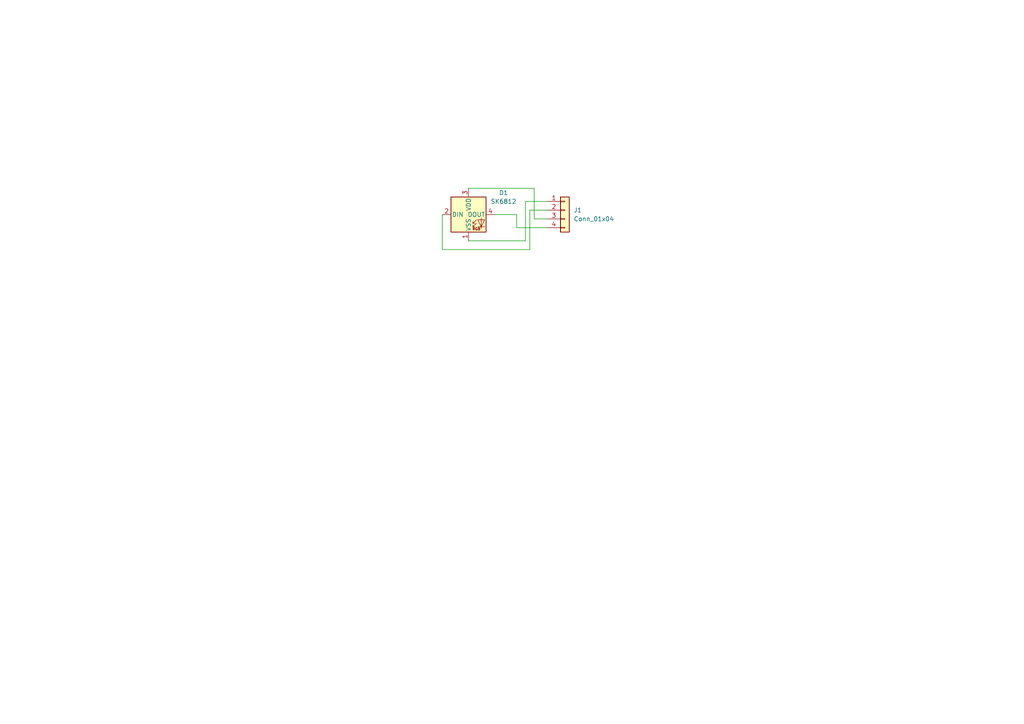
<source format=kicad_sch>
(kicad_sch (version 20231120) (generator "eeschema") (generator_version "8.0")
  (paper "A4")
  (lib_symbols
    (symbol "Connector_Generic:Conn_01x04" (pin_names (offset 1.016) hide)
      (property "Reference" "J" (at 0 5.08 0))
      (property "Value" "Conn_01x04" (at 0 -7.62 0))
      (symbol "Conn_01x04_1_1"
        (rectangle (start -1.27 -4.953) (end 0 -5.207) (stroke (width 0.1524)))
        (rectangle (start -1.27 -2.413) (end 0 -2.667) (stroke (width 0.1524)))
        (rectangle (start -1.27 0.127) (end 0 -0.127) (stroke (width 0.1524)))
        (rectangle (start -1.27 2.667) (end 0 2.413) (stroke (width 0.1524)))
        (rectangle (start -1.27 3.81) (end 1.27 -6.35) (stroke (width 0.254)) (fill (type background)))
        (pin passive line (at -5.08 2.54 0) (length 3.81) (name "Pin_1") (number "1"))
        (pin passive line (at -5.08 0 0) (length 3.81) (name "Pin_2") (number "2"))
        (pin passive line (at -5.08 -2.54 0) (length 3.81) (name "Pin_3") (number "3"))
        (pin passive line (at -5.08 -5.08 0) (length 3.81) (name "Pin_4") (number "4"))
      )
    )
    (symbol "LED:SK6812" (pin_names (offset 0.254))
      (property "Reference" "D" (at 5.08 5.715 0))
      (property "Value" "SK6812" (at 1.27 -5.715 0))
      (symbol "SK6812_0_0"
        (text "RGB" (at 2.286 -4.191 0) (effects (font (size 0.762 0.762))))
      )
      (symbol "SK6812_0_1"
        (polyline (pts (xy 1.27 -3.556) (xy 1.778 -3.556)))
        (polyline (pts (xy 1.27 -2.54) (xy 1.778 -2.54)))
        (polyline (pts (xy 4.699 -3.556) (xy 2.667 -3.556)))
        (polyline (pts (xy 2.286 -2.54) (xy 1.27 -3.556) (xy 1.27 -3.048)))
        (polyline (pts (xy 2.286 -1.524) (xy 1.27 -2.54) (xy 1.27 -2.032)))
        (polyline (pts (xy 3.683 -1.016) (xy 3.683 -3.556) (xy 3.683 -4.064)))
        (polyline (pts (xy 4.699 -1.524) (xy 2.667 -1.524) (xy 3.683 -3.556) (xy 4.699 -1.524)))
        (rectangle (start 5.08 5.08) (end -5.08 -5.08) (stroke (width 0.254)) (fill (type background)))
      )
      (symbol "SK6812_1_1"
        (pin power_in line (at 0 -7.62 90) (length 2.54) (name "VSS") (number "1"))
        (pin input line (at -7.62 0 0) (length 2.54) (name "DIN") (number "2"))
        (pin power_in line (at 0 7.62 270) (length 2.54) (name "VDD") (number "3"))
        (pin output line (at 7.62 0 180) (length 2.54) (name "DOUT") (number "4"))
      )
    )
  )
  (wire (pts (xy 153.67 72.39) (xy 153.67 60.96)))
  (wire (pts (xy 128.27 62.23) (xy 128.27 72.39)))
  (wire (pts (xy 149.86 66.04) (xy 158.75 66.04)))
  (wire (pts (xy 149.86 62.23) (xy 149.86 66.04)))
  (wire (pts (xy 135.89 54.61) (xy 154.94 54.61)))
  (wire (pts (xy 143.51 62.23) (xy 149.86 62.23)))
  (wire (pts (xy 154.94 54.61) (xy 154.94 63.5)))
  (wire (pts (xy 152.4 58.42) (xy 158.75 58.42)))
  (wire (pts (xy 135.89 69.85) (xy 152.4 69.85)))
  (wire (pts (xy 153.67 60.96) (xy 158.75 60.96)))
  (wire (pts (xy 128.27 72.39) (xy 153.67 72.39)))
  (wire (pts (xy 152.4 69.85) (xy 152.4 58.42)))
  (wire (pts (xy 154.94 63.5) (xy 158.75 63.5)))
  (symbol (lib_id "Connector_Generic:Conn_01x04") (at 163.83 60.96 0) (unit 1)
    (property "Reference" "J1" (at 166.37 60.9599 0) (effects (justify left)))
    (property "Value" "Conn_01x04" (at 166.37 63.4999 0) (effects (justify left)))
    (property "Footprint" "Connector_PinHeader_2.54mm:PinHeader_2x02_P2.54mm_Vertical_SMD" (effects (hide yes)))
    (property "Description" "Generic connector, single row, 01x04, script generated (kicad-library-utils/schlib/autogen/connector/)" (effects (hide yes)))
  )
  (symbol (lib_id "LED:SK6812") (at 135.89 62.23 0) (unit 1)
    (property "Reference" "D1" (at 146.05 55.9114 0))
    (property "Value" "SK6812" (at 146.05 58.4514 0))
    (property "Footprint" "LED_SMD:LED_SK6812_PLCC4_5.0x5.0mm_P3.2mm" (effects (hide yes)))
    (property "Datasheet" "https://cdn-shop.adafruit.com/product-files/1138/SK6812+LED+datasheet+.pdf" (effects (hide yes)))
    (property "Description" "RGB LED with integrated controller" (effects (hide yes)))
  )
)
</source>
